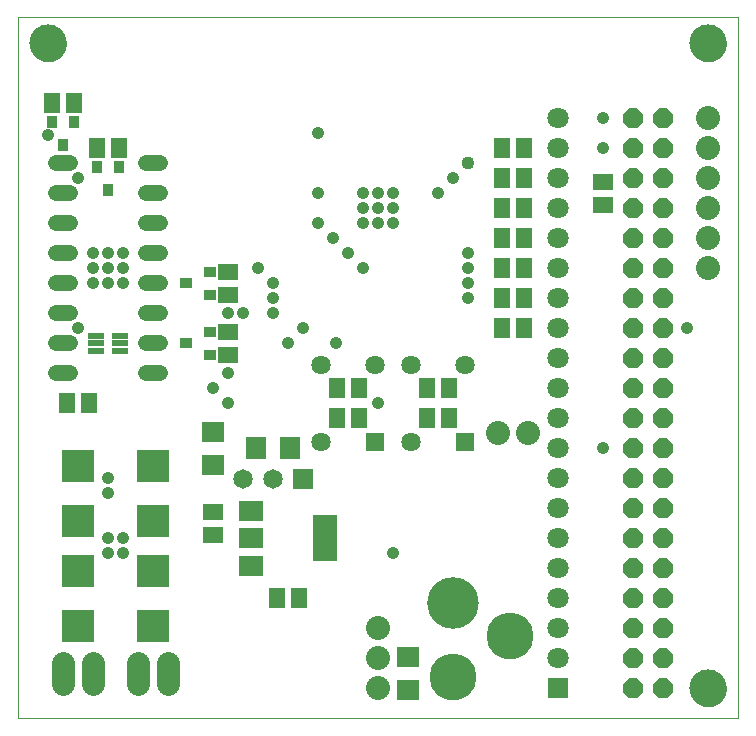
<source format=gbs>
G75*
%MOIN*%
%OFA0B0*%
%FSLAX25Y25*%
%IPPOS*%
%LPD*%
%AMOC8*
5,1,8,0,0,1.08239X$1,22.5*
%
%ADD10C,0.00000*%
%ADD11C,0.12411*%
%ADD12C,0.06446*%
%ADD13R,0.06446X0.06446*%
%ADD14R,0.05718X0.06506*%
%ADD15R,0.06506X0.05718*%
%ADD16C,0.17198*%
%ADD17C,0.15624*%
%ADD18C,0.08000*%
%ADD19R,0.10600X0.10600*%
%ADD20C,0.05400*%
%ADD21R,0.08474X0.06506*%
%ADD22R,0.08474X0.15561*%
%ADD23R,0.07096X0.07096*%
%ADD24C,0.07096*%
%ADD25C,0.07687*%
%ADD26R,0.04143X0.03750*%
%ADD27R,0.03750X0.04143*%
%ADD28OC8,0.06600*%
%ADD29R,0.05200X0.02000*%
%ADD30R,0.06506X0.06506*%
%ADD31C,0.06506*%
%ADD32R,0.07698X0.06899*%
%ADD33R,0.06899X0.07698*%
%ADD34C,0.04165*%
%ADD35C,0.04362*%
D10*
X0001500Y0020000D02*
X0001500Y0253701D01*
X0241421Y0253701D01*
X0241421Y0020000D01*
X0001500Y0020000D01*
X0005595Y0245000D02*
X0005597Y0245153D01*
X0005603Y0245306D01*
X0005613Y0245459D01*
X0005627Y0245612D01*
X0005645Y0245764D01*
X0005667Y0245916D01*
X0005692Y0246067D01*
X0005722Y0246218D01*
X0005755Y0246367D01*
X0005793Y0246516D01*
X0005834Y0246664D01*
X0005879Y0246810D01*
X0005928Y0246955D01*
X0005981Y0247099D01*
X0006037Y0247242D01*
X0006097Y0247383D01*
X0006161Y0247523D01*
X0006228Y0247660D01*
X0006299Y0247796D01*
X0006373Y0247930D01*
X0006451Y0248062D01*
X0006532Y0248192D01*
X0006617Y0248320D01*
X0006705Y0248446D01*
X0006796Y0248569D01*
X0006890Y0248690D01*
X0006987Y0248809D01*
X0007088Y0248925D01*
X0007191Y0249038D01*
X0007298Y0249148D01*
X0007407Y0249256D01*
X0007518Y0249361D01*
X0007633Y0249463D01*
X0007750Y0249562D01*
X0007870Y0249657D01*
X0007992Y0249750D01*
X0008117Y0249840D01*
X0008243Y0249926D01*
X0008372Y0250009D01*
X0008503Y0250088D01*
X0008636Y0250164D01*
X0008771Y0250237D01*
X0008908Y0250306D01*
X0009047Y0250371D01*
X0009187Y0250433D01*
X0009329Y0250491D01*
X0009472Y0250546D01*
X0009617Y0250597D01*
X0009763Y0250644D01*
X0009910Y0250687D01*
X0010058Y0250726D01*
X0010207Y0250762D01*
X0010357Y0250793D01*
X0010508Y0250821D01*
X0010660Y0250845D01*
X0010812Y0250865D01*
X0010964Y0250881D01*
X0011117Y0250893D01*
X0011270Y0250901D01*
X0011423Y0250905D01*
X0011577Y0250905D01*
X0011730Y0250901D01*
X0011883Y0250893D01*
X0012036Y0250881D01*
X0012188Y0250865D01*
X0012340Y0250845D01*
X0012492Y0250821D01*
X0012643Y0250793D01*
X0012793Y0250762D01*
X0012942Y0250726D01*
X0013090Y0250687D01*
X0013237Y0250644D01*
X0013383Y0250597D01*
X0013528Y0250546D01*
X0013671Y0250491D01*
X0013813Y0250433D01*
X0013953Y0250371D01*
X0014092Y0250306D01*
X0014229Y0250237D01*
X0014364Y0250164D01*
X0014497Y0250088D01*
X0014628Y0250009D01*
X0014757Y0249926D01*
X0014883Y0249840D01*
X0015008Y0249750D01*
X0015130Y0249657D01*
X0015250Y0249562D01*
X0015367Y0249463D01*
X0015482Y0249361D01*
X0015593Y0249256D01*
X0015702Y0249148D01*
X0015809Y0249038D01*
X0015912Y0248925D01*
X0016013Y0248809D01*
X0016110Y0248690D01*
X0016204Y0248569D01*
X0016295Y0248446D01*
X0016383Y0248320D01*
X0016468Y0248192D01*
X0016549Y0248062D01*
X0016627Y0247930D01*
X0016701Y0247796D01*
X0016772Y0247660D01*
X0016839Y0247523D01*
X0016903Y0247383D01*
X0016963Y0247242D01*
X0017019Y0247099D01*
X0017072Y0246955D01*
X0017121Y0246810D01*
X0017166Y0246664D01*
X0017207Y0246516D01*
X0017245Y0246367D01*
X0017278Y0246218D01*
X0017308Y0246067D01*
X0017333Y0245916D01*
X0017355Y0245764D01*
X0017373Y0245612D01*
X0017387Y0245459D01*
X0017397Y0245306D01*
X0017403Y0245153D01*
X0017405Y0245000D01*
X0017403Y0244847D01*
X0017397Y0244694D01*
X0017387Y0244541D01*
X0017373Y0244388D01*
X0017355Y0244236D01*
X0017333Y0244084D01*
X0017308Y0243933D01*
X0017278Y0243782D01*
X0017245Y0243633D01*
X0017207Y0243484D01*
X0017166Y0243336D01*
X0017121Y0243190D01*
X0017072Y0243045D01*
X0017019Y0242901D01*
X0016963Y0242758D01*
X0016903Y0242617D01*
X0016839Y0242477D01*
X0016772Y0242340D01*
X0016701Y0242204D01*
X0016627Y0242070D01*
X0016549Y0241938D01*
X0016468Y0241808D01*
X0016383Y0241680D01*
X0016295Y0241554D01*
X0016204Y0241431D01*
X0016110Y0241310D01*
X0016013Y0241191D01*
X0015912Y0241075D01*
X0015809Y0240962D01*
X0015702Y0240852D01*
X0015593Y0240744D01*
X0015482Y0240639D01*
X0015367Y0240537D01*
X0015250Y0240438D01*
X0015130Y0240343D01*
X0015008Y0240250D01*
X0014883Y0240160D01*
X0014757Y0240074D01*
X0014628Y0239991D01*
X0014497Y0239912D01*
X0014364Y0239836D01*
X0014229Y0239763D01*
X0014092Y0239694D01*
X0013953Y0239629D01*
X0013813Y0239567D01*
X0013671Y0239509D01*
X0013528Y0239454D01*
X0013383Y0239403D01*
X0013237Y0239356D01*
X0013090Y0239313D01*
X0012942Y0239274D01*
X0012793Y0239238D01*
X0012643Y0239207D01*
X0012492Y0239179D01*
X0012340Y0239155D01*
X0012188Y0239135D01*
X0012036Y0239119D01*
X0011883Y0239107D01*
X0011730Y0239099D01*
X0011577Y0239095D01*
X0011423Y0239095D01*
X0011270Y0239099D01*
X0011117Y0239107D01*
X0010964Y0239119D01*
X0010812Y0239135D01*
X0010660Y0239155D01*
X0010508Y0239179D01*
X0010357Y0239207D01*
X0010207Y0239238D01*
X0010058Y0239274D01*
X0009910Y0239313D01*
X0009763Y0239356D01*
X0009617Y0239403D01*
X0009472Y0239454D01*
X0009329Y0239509D01*
X0009187Y0239567D01*
X0009047Y0239629D01*
X0008908Y0239694D01*
X0008771Y0239763D01*
X0008636Y0239836D01*
X0008503Y0239912D01*
X0008372Y0239991D01*
X0008243Y0240074D01*
X0008117Y0240160D01*
X0007992Y0240250D01*
X0007870Y0240343D01*
X0007750Y0240438D01*
X0007633Y0240537D01*
X0007518Y0240639D01*
X0007407Y0240744D01*
X0007298Y0240852D01*
X0007191Y0240962D01*
X0007088Y0241075D01*
X0006987Y0241191D01*
X0006890Y0241310D01*
X0006796Y0241431D01*
X0006705Y0241554D01*
X0006617Y0241680D01*
X0006532Y0241808D01*
X0006451Y0241938D01*
X0006373Y0242070D01*
X0006299Y0242204D01*
X0006228Y0242340D01*
X0006161Y0242477D01*
X0006097Y0242617D01*
X0006037Y0242758D01*
X0005981Y0242901D01*
X0005928Y0243045D01*
X0005879Y0243190D01*
X0005834Y0243336D01*
X0005793Y0243484D01*
X0005755Y0243633D01*
X0005722Y0243782D01*
X0005692Y0243933D01*
X0005667Y0244084D01*
X0005645Y0244236D01*
X0005627Y0244388D01*
X0005613Y0244541D01*
X0005603Y0244694D01*
X0005597Y0244847D01*
X0005595Y0245000D01*
X0225595Y0245000D02*
X0225597Y0245153D01*
X0225603Y0245306D01*
X0225613Y0245459D01*
X0225627Y0245612D01*
X0225645Y0245764D01*
X0225667Y0245916D01*
X0225692Y0246067D01*
X0225722Y0246218D01*
X0225755Y0246367D01*
X0225793Y0246516D01*
X0225834Y0246664D01*
X0225879Y0246810D01*
X0225928Y0246955D01*
X0225981Y0247099D01*
X0226037Y0247242D01*
X0226097Y0247383D01*
X0226161Y0247523D01*
X0226228Y0247660D01*
X0226299Y0247796D01*
X0226373Y0247930D01*
X0226451Y0248062D01*
X0226532Y0248192D01*
X0226617Y0248320D01*
X0226705Y0248446D01*
X0226796Y0248569D01*
X0226890Y0248690D01*
X0226987Y0248809D01*
X0227088Y0248925D01*
X0227191Y0249038D01*
X0227298Y0249148D01*
X0227407Y0249256D01*
X0227518Y0249361D01*
X0227633Y0249463D01*
X0227750Y0249562D01*
X0227870Y0249657D01*
X0227992Y0249750D01*
X0228117Y0249840D01*
X0228243Y0249926D01*
X0228372Y0250009D01*
X0228503Y0250088D01*
X0228636Y0250164D01*
X0228771Y0250237D01*
X0228908Y0250306D01*
X0229047Y0250371D01*
X0229187Y0250433D01*
X0229329Y0250491D01*
X0229472Y0250546D01*
X0229617Y0250597D01*
X0229763Y0250644D01*
X0229910Y0250687D01*
X0230058Y0250726D01*
X0230207Y0250762D01*
X0230357Y0250793D01*
X0230508Y0250821D01*
X0230660Y0250845D01*
X0230812Y0250865D01*
X0230964Y0250881D01*
X0231117Y0250893D01*
X0231270Y0250901D01*
X0231423Y0250905D01*
X0231577Y0250905D01*
X0231730Y0250901D01*
X0231883Y0250893D01*
X0232036Y0250881D01*
X0232188Y0250865D01*
X0232340Y0250845D01*
X0232492Y0250821D01*
X0232643Y0250793D01*
X0232793Y0250762D01*
X0232942Y0250726D01*
X0233090Y0250687D01*
X0233237Y0250644D01*
X0233383Y0250597D01*
X0233528Y0250546D01*
X0233671Y0250491D01*
X0233813Y0250433D01*
X0233953Y0250371D01*
X0234092Y0250306D01*
X0234229Y0250237D01*
X0234364Y0250164D01*
X0234497Y0250088D01*
X0234628Y0250009D01*
X0234757Y0249926D01*
X0234883Y0249840D01*
X0235008Y0249750D01*
X0235130Y0249657D01*
X0235250Y0249562D01*
X0235367Y0249463D01*
X0235482Y0249361D01*
X0235593Y0249256D01*
X0235702Y0249148D01*
X0235809Y0249038D01*
X0235912Y0248925D01*
X0236013Y0248809D01*
X0236110Y0248690D01*
X0236204Y0248569D01*
X0236295Y0248446D01*
X0236383Y0248320D01*
X0236468Y0248192D01*
X0236549Y0248062D01*
X0236627Y0247930D01*
X0236701Y0247796D01*
X0236772Y0247660D01*
X0236839Y0247523D01*
X0236903Y0247383D01*
X0236963Y0247242D01*
X0237019Y0247099D01*
X0237072Y0246955D01*
X0237121Y0246810D01*
X0237166Y0246664D01*
X0237207Y0246516D01*
X0237245Y0246367D01*
X0237278Y0246218D01*
X0237308Y0246067D01*
X0237333Y0245916D01*
X0237355Y0245764D01*
X0237373Y0245612D01*
X0237387Y0245459D01*
X0237397Y0245306D01*
X0237403Y0245153D01*
X0237405Y0245000D01*
X0237403Y0244847D01*
X0237397Y0244694D01*
X0237387Y0244541D01*
X0237373Y0244388D01*
X0237355Y0244236D01*
X0237333Y0244084D01*
X0237308Y0243933D01*
X0237278Y0243782D01*
X0237245Y0243633D01*
X0237207Y0243484D01*
X0237166Y0243336D01*
X0237121Y0243190D01*
X0237072Y0243045D01*
X0237019Y0242901D01*
X0236963Y0242758D01*
X0236903Y0242617D01*
X0236839Y0242477D01*
X0236772Y0242340D01*
X0236701Y0242204D01*
X0236627Y0242070D01*
X0236549Y0241938D01*
X0236468Y0241808D01*
X0236383Y0241680D01*
X0236295Y0241554D01*
X0236204Y0241431D01*
X0236110Y0241310D01*
X0236013Y0241191D01*
X0235912Y0241075D01*
X0235809Y0240962D01*
X0235702Y0240852D01*
X0235593Y0240744D01*
X0235482Y0240639D01*
X0235367Y0240537D01*
X0235250Y0240438D01*
X0235130Y0240343D01*
X0235008Y0240250D01*
X0234883Y0240160D01*
X0234757Y0240074D01*
X0234628Y0239991D01*
X0234497Y0239912D01*
X0234364Y0239836D01*
X0234229Y0239763D01*
X0234092Y0239694D01*
X0233953Y0239629D01*
X0233813Y0239567D01*
X0233671Y0239509D01*
X0233528Y0239454D01*
X0233383Y0239403D01*
X0233237Y0239356D01*
X0233090Y0239313D01*
X0232942Y0239274D01*
X0232793Y0239238D01*
X0232643Y0239207D01*
X0232492Y0239179D01*
X0232340Y0239155D01*
X0232188Y0239135D01*
X0232036Y0239119D01*
X0231883Y0239107D01*
X0231730Y0239099D01*
X0231577Y0239095D01*
X0231423Y0239095D01*
X0231270Y0239099D01*
X0231117Y0239107D01*
X0230964Y0239119D01*
X0230812Y0239135D01*
X0230660Y0239155D01*
X0230508Y0239179D01*
X0230357Y0239207D01*
X0230207Y0239238D01*
X0230058Y0239274D01*
X0229910Y0239313D01*
X0229763Y0239356D01*
X0229617Y0239403D01*
X0229472Y0239454D01*
X0229329Y0239509D01*
X0229187Y0239567D01*
X0229047Y0239629D01*
X0228908Y0239694D01*
X0228771Y0239763D01*
X0228636Y0239836D01*
X0228503Y0239912D01*
X0228372Y0239991D01*
X0228243Y0240074D01*
X0228117Y0240160D01*
X0227992Y0240250D01*
X0227870Y0240343D01*
X0227750Y0240438D01*
X0227633Y0240537D01*
X0227518Y0240639D01*
X0227407Y0240744D01*
X0227298Y0240852D01*
X0227191Y0240962D01*
X0227088Y0241075D01*
X0226987Y0241191D01*
X0226890Y0241310D01*
X0226796Y0241431D01*
X0226705Y0241554D01*
X0226617Y0241680D01*
X0226532Y0241808D01*
X0226451Y0241938D01*
X0226373Y0242070D01*
X0226299Y0242204D01*
X0226228Y0242340D01*
X0226161Y0242477D01*
X0226097Y0242617D01*
X0226037Y0242758D01*
X0225981Y0242901D01*
X0225928Y0243045D01*
X0225879Y0243190D01*
X0225834Y0243336D01*
X0225793Y0243484D01*
X0225755Y0243633D01*
X0225722Y0243782D01*
X0225692Y0243933D01*
X0225667Y0244084D01*
X0225645Y0244236D01*
X0225627Y0244388D01*
X0225613Y0244541D01*
X0225603Y0244694D01*
X0225597Y0244847D01*
X0225595Y0245000D01*
X0225595Y0030000D02*
X0225597Y0030153D01*
X0225603Y0030306D01*
X0225613Y0030459D01*
X0225627Y0030612D01*
X0225645Y0030764D01*
X0225667Y0030916D01*
X0225692Y0031067D01*
X0225722Y0031218D01*
X0225755Y0031367D01*
X0225793Y0031516D01*
X0225834Y0031664D01*
X0225879Y0031810D01*
X0225928Y0031955D01*
X0225981Y0032099D01*
X0226037Y0032242D01*
X0226097Y0032383D01*
X0226161Y0032523D01*
X0226228Y0032660D01*
X0226299Y0032796D01*
X0226373Y0032930D01*
X0226451Y0033062D01*
X0226532Y0033192D01*
X0226617Y0033320D01*
X0226705Y0033446D01*
X0226796Y0033569D01*
X0226890Y0033690D01*
X0226987Y0033809D01*
X0227088Y0033925D01*
X0227191Y0034038D01*
X0227298Y0034148D01*
X0227407Y0034256D01*
X0227518Y0034361D01*
X0227633Y0034463D01*
X0227750Y0034562D01*
X0227870Y0034657D01*
X0227992Y0034750D01*
X0228117Y0034840D01*
X0228243Y0034926D01*
X0228372Y0035009D01*
X0228503Y0035088D01*
X0228636Y0035164D01*
X0228771Y0035237D01*
X0228908Y0035306D01*
X0229047Y0035371D01*
X0229187Y0035433D01*
X0229329Y0035491D01*
X0229472Y0035546D01*
X0229617Y0035597D01*
X0229763Y0035644D01*
X0229910Y0035687D01*
X0230058Y0035726D01*
X0230207Y0035762D01*
X0230357Y0035793D01*
X0230508Y0035821D01*
X0230660Y0035845D01*
X0230812Y0035865D01*
X0230964Y0035881D01*
X0231117Y0035893D01*
X0231270Y0035901D01*
X0231423Y0035905D01*
X0231577Y0035905D01*
X0231730Y0035901D01*
X0231883Y0035893D01*
X0232036Y0035881D01*
X0232188Y0035865D01*
X0232340Y0035845D01*
X0232492Y0035821D01*
X0232643Y0035793D01*
X0232793Y0035762D01*
X0232942Y0035726D01*
X0233090Y0035687D01*
X0233237Y0035644D01*
X0233383Y0035597D01*
X0233528Y0035546D01*
X0233671Y0035491D01*
X0233813Y0035433D01*
X0233953Y0035371D01*
X0234092Y0035306D01*
X0234229Y0035237D01*
X0234364Y0035164D01*
X0234497Y0035088D01*
X0234628Y0035009D01*
X0234757Y0034926D01*
X0234883Y0034840D01*
X0235008Y0034750D01*
X0235130Y0034657D01*
X0235250Y0034562D01*
X0235367Y0034463D01*
X0235482Y0034361D01*
X0235593Y0034256D01*
X0235702Y0034148D01*
X0235809Y0034038D01*
X0235912Y0033925D01*
X0236013Y0033809D01*
X0236110Y0033690D01*
X0236204Y0033569D01*
X0236295Y0033446D01*
X0236383Y0033320D01*
X0236468Y0033192D01*
X0236549Y0033062D01*
X0236627Y0032930D01*
X0236701Y0032796D01*
X0236772Y0032660D01*
X0236839Y0032523D01*
X0236903Y0032383D01*
X0236963Y0032242D01*
X0237019Y0032099D01*
X0237072Y0031955D01*
X0237121Y0031810D01*
X0237166Y0031664D01*
X0237207Y0031516D01*
X0237245Y0031367D01*
X0237278Y0031218D01*
X0237308Y0031067D01*
X0237333Y0030916D01*
X0237355Y0030764D01*
X0237373Y0030612D01*
X0237387Y0030459D01*
X0237397Y0030306D01*
X0237403Y0030153D01*
X0237405Y0030000D01*
X0237403Y0029847D01*
X0237397Y0029694D01*
X0237387Y0029541D01*
X0237373Y0029388D01*
X0237355Y0029236D01*
X0237333Y0029084D01*
X0237308Y0028933D01*
X0237278Y0028782D01*
X0237245Y0028633D01*
X0237207Y0028484D01*
X0237166Y0028336D01*
X0237121Y0028190D01*
X0237072Y0028045D01*
X0237019Y0027901D01*
X0236963Y0027758D01*
X0236903Y0027617D01*
X0236839Y0027477D01*
X0236772Y0027340D01*
X0236701Y0027204D01*
X0236627Y0027070D01*
X0236549Y0026938D01*
X0236468Y0026808D01*
X0236383Y0026680D01*
X0236295Y0026554D01*
X0236204Y0026431D01*
X0236110Y0026310D01*
X0236013Y0026191D01*
X0235912Y0026075D01*
X0235809Y0025962D01*
X0235702Y0025852D01*
X0235593Y0025744D01*
X0235482Y0025639D01*
X0235367Y0025537D01*
X0235250Y0025438D01*
X0235130Y0025343D01*
X0235008Y0025250D01*
X0234883Y0025160D01*
X0234757Y0025074D01*
X0234628Y0024991D01*
X0234497Y0024912D01*
X0234364Y0024836D01*
X0234229Y0024763D01*
X0234092Y0024694D01*
X0233953Y0024629D01*
X0233813Y0024567D01*
X0233671Y0024509D01*
X0233528Y0024454D01*
X0233383Y0024403D01*
X0233237Y0024356D01*
X0233090Y0024313D01*
X0232942Y0024274D01*
X0232793Y0024238D01*
X0232643Y0024207D01*
X0232492Y0024179D01*
X0232340Y0024155D01*
X0232188Y0024135D01*
X0232036Y0024119D01*
X0231883Y0024107D01*
X0231730Y0024099D01*
X0231577Y0024095D01*
X0231423Y0024095D01*
X0231270Y0024099D01*
X0231117Y0024107D01*
X0230964Y0024119D01*
X0230812Y0024135D01*
X0230660Y0024155D01*
X0230508Y0024179D01*
X0230357Y0024207D01*
X0230207Y0024238D01*
X0230058Y0024274D01*
X0229910Y0024313D01*
X0229763Y0024356D01*
X0229617Y0024403D01*
X0229472Y0024454D01*
X0229329Y0024509D01*
X0229187Y0024567D01*
X0229047Y0024629D01*
X0228908Y0024694D01*
X0228771Y0024763D01*
X0228636Y0024836D01*
X0228503Y0024912D01*
X0228372Y0024991D01*
X0228243Y0025074D01*
X0228117Y0025160D01*
X0227992Y0025250D01*
X0227870Y0025343D01*
X0227750Y0025438D01*
X0227633Y0025537D01*
X0227518Y0025639D01*
X0227407Y0025744D01*
X0227298Y0025852D01*
X0227191Y0025962D01*
X0227088Y0026075D01*
X0226987Y0026191D01*
X0226890Y0026310D01*
X0226796Y0026431D01*
X0226705Y0026554D01*
X0226617Y0026680D01*
X0226532Y0026808D01*
X0226451Y0026938D01*
X0226373Y0027070D01*
X0226299Y0027204D01*
X0226228Y0027340D01*
X0226161Y0027477D01*
X0226097Y0027617D01*
X0226037Y0027758D01*
X0225981Y0027901D01*
X0225928Y0028045D01*
X0225879Y0028190D01*
X0225834Y0028336D01*
X0225793Y0028484D01*
X0225755Y0028633D01*
X0225722Y0028782D01*
X0225692Y0028933D01*
X0225667Y0029084D01*
X0225645Y0029236D01*
X0225627Y0029388D01*
X0225613Y0029541D01*
X0225603Y0029694D01*
X0225597Y0029847D01*
X0225595Y0030000D01*
D11*
X0231500Y0030000D03*
X0231500Y0245000D03*
X0011500Y0245000D03*
D12*
X0102642Y0137795D03*
X0120358Y0137795D03*
X0132642Y0137795D03*
X0150358Y0137795D03*
X0132642Y0112205D03*
X0102642Y0112205D03*
D13*
X0120358Y0112205D03*
X0150358Y0112205D03*
D14*
X0145240Y0120000D03*
X0137760Y0120000D03*
X0137760Y0130000D03*
X0145240Y0130000D03*
X0162760Y0150000D03*
X0170240Y0150000D03*
X0170240Y0160000D03*
X0162760Y0160000D03*
X0162760Y0170000D03*
X0170240Y0170000D03*
X0170240Y0180000D03*
X0162760Y0180000D03*
X0162760Y0190000D03*
X0170240Y0190000D03*
X0170240Y0200000D03*
X0162760Y0200000D03*
X0162760Y0210000D03*
X0170240Y0210000D03*
X0115240Y0130000D03*
X0107760Y0130000D03*
X0107760Y0120000D03*
X0115240Y0120000D03*
X0095240Y0060000D03*
X0087760Y0060000D03*
X0025240Y0125000D03*
X0017760Y0125000D03*
X0027760Y0210000D03*
X0035240Y0210000D03*
X0020240Y0225000D03*
X0012760Y0225000D03*
D15*
X0071500Y0168740D03*
X0071500Y0161260D03*
X0071500Y0148740D03*
X0071500Y0141260D03*
X0066500Y0088740D03*
X0066500Y0081260D03*
X0196500Y0191260D03*
X0196500Y0198740D03*
D16*
X0146500Y0058543D03*
D17*
X0165398Y0047323D03*
X0146500Y0033937D03*
D18*
X0121500Y0030000D03*
X0121500Y0040000D03*
X0121500Y0050000D03*
X0161500Y0115000D03*
X0171500Y0115000D03*
X0231500Y0170000D03*
X0231500Y0180000D03*
X0231500Y0190000D03*
X0231500Y0200000D03*
X0231500Y0210000D03*
X0231500Y0220000D03*
D19*
X0046500Y0104250D03*
X0046500Y0085750D03*
X0046500Y0069250D03*
X0046500Y0050750D03*
X0021500Y0050750D03*
X0021500Y0069250D03*
X0021500Y0085750D03*
X0021500Y0104250D03*
D20*
X0018900Y0135000D02*
X0014100Y0135000D01*
X0014100Y0145000D02*
X0018900Y0145000D01*
X0018900Y0155000D02*
X0014100Y0155000D01*
X0014100Y0165000D02*
X0018900Y0165000D01*
X0018900Y0175000D02*
X0014100Y0175000D01*
X0014100Y0185000D02*
X0018900Y0185000D01*
X0018900Y0195000D02*
X0014100Y0195000D01*
X0014100Y0205000D02*
X0018900Y0205000D01*
X0044100Y0205000D02*
X0048900Y0205000D01*
X0048900Y0195000D02*
X0044100Y0195000D01*
X0044100Y0185000D02*
X0048900Y0185000D01*
X0048900Y0175000D02*
X0044100Y0175000D01*
X0044100Y0165000D02*
X0048900Y0165000D01*
X0048900Y0155000D02*
X0044100Y0155000D01*
X0044100Y0145000D02*
X0048900Y0145000D01*
X0048900Y0135000D02*
X0044100Y0135000D01*
D21*
X0079098Y0089055D03*
X0079098Y0080000D03*
X0079098Y0070945D03*
D22*
X0103902Y0080000D03*
D23*
X0181500Y0030000D03*
D24*
X0181500Y0040000D03*
X0181500Y0050000D03*
X0181500Y0060000D03*
X0181500Y0070000D03*
X0181500Y0080000D03*
X0181500Y0090000D03*
X0181500Y0100000D03*
X0181500Y0110000D03*
X0181500Y0120000D03*
X0181500Y0130000D03*
X0181500Y0140000D03*
X0181500Y0150000D03*
X0181500Y0160000D03*
X0181500Y0170000D03*
X0181500Y0180000D03*
X0181500Y0190000D03*
X0181500Y0200000D03*
X0181500Y0210000D03*
X0181500Y0220000D03*
D25*
X0051500Y0038543D02*
X0051500Y0031457D01*
X0041500Y0031457D02*
X0041500Y0038543D01*
X0026500Y0038543D02*
X0026500Y0031457D01*
X0016500Y0031457D02*
X0016500Y0038543D01*
D26*
X0065437Y0141260D03*
X0065437Y0148740D03*
X0057563Y0145000D03*
X0065437Y0161260D03*
X0065437Y0168740D03*
X0057563Y0165000D03*
D27*
X0031500Y0196063D03*
X0027760Y0203937D03*
X0035240Y0203937D03*
X0020240Y0218937D03*
X0012760Y0218937D03*
X0016500Y0211063D03*
D28*
X0206500Y0210000D03*
X0206500Y0200000D03*
X0206500Y0190000D03*
X0206500Y0180000D03*
X0206500Y0170000D03*
X0206500Y0160000D03*
X0206500Y0150000D03*
X0206500Y0140000D03*
X0206500Y0130000D03*
X0206500Y0120000D03*
X0206500Y0110000D03*
X0206500Y0100000D03*
X0206500Y0090000D03*
X0206500Y0080000D03*
X0206500Y0070000D03*
X0206500Y0060000D03*
X0206500Y0050000D03*
X0206500Y0040000D03*
X0206500Y0030000D03*
X0216500Y0030000D03*
X0216500Y0040000D03*
X0216500Y0050000D03*
X0216500Y0060000D03*
X0216500Y0070000D03*
X0216500Y0080000D03*
X0216500Y0090000D03*
X0216500Y0100000D03*
X0216500Y0110000D03*
X0216500Y0120000D03*
X0216500Y0130000D03*
X0216500Y0140000D03*
X0216500Y0150000D03*
X0216500Y0160000D03*
X0216500Y0170000D03*
X0216500Y0180000D03*
X0216500Y0190000D03*
X0216500Y0200000D03*
X0216500Y0210000D03*
X0216500Y0220000D03*
X0206500Y0220000D03*
D29*
X0035600Y0147600D03*
X0035600Y0145000D03*
X0035600Y0142400D03*
X0027400Y0142400D03*
X0027400Y0145000D03*
X0027400Y0147600D03*
D30*
X0096500Y0099764D03*
D31*
X0086500Y0099764D03*
X0076500Y0099764D03*
D32*
X0066500Y0104402D03*
X0066500Y0115598D03*
X0131500Y0040598D03*
X0131500Y0029402D03*
D33*
X0092098Y0110000D03*
X0080902Y0110000D03*
D34*
X0071500Y0125000D03*
X0066500Y0130000D03*
X0071500Y0135000D03*
X0071500Y0155000D03*
X0076500Y0155000D03*
X0086500Y0155000D03*
X0086500Y0160000D03*
X0086500Y0165000D03*
X0081500Y0170000D03*
X0096500Y0150000D03*
X0091500Y0145000D03*
X0107583Y0145000D03*
X0121500Y0125000D03*
X0151500Y0160000D03*
X0151500Y0165000D03*
X0151500Y0170000D03*
X0151500Y0175000D03*
X0141500Y0195000D03*
X0146500Y0200000D03*
X0126500Y0195000D03*
X0126500Y0190000D03*
X0126500Y0185000D03*
X0121500Y0185000D03*
X0121500Y0190000D03*
X0121500Y0195000D03*
X0116500Y0195000D03*
X0116500Y0190000D03*
X0116500Y0185000D03*
X0111500Y0175000D03*
X0106500Y0180000D03*
X0101500Y0185000D03*
X0101500Y0195000D03*
X0101500Y0215000D03*
X0116500Y0170000D03*
X0036500Y0170000D03*
X0036500Y0165000D03*
X0031500Y0165000D03*
X0031500Y0170000D03*
X0031500Y0175000D03*
X0026500Y0175000D03*
X0026500Y0170000D03*
X0026500Y0165000D03*
X0036500Y0175000D03*
X0021500Y0150000D03*
X0031500Y0100000D03*
X0031500Y0095000D03*
X0031500Y0080000D03*
X0031500Y0075000D03*
X0036500Y0075000D03*
X0036500Y0080000D03*
X0126500Y0075000D03*
X0196500Y0110000D03*
X0224583Y0150000D03*
X0196500Y0210000D03*
X0196500Y0220000D03*
X0021500Y0200000D03*
X0011500Y0214583D03*
D35*
X0151500Y0205000D03*
M02*

</source>
